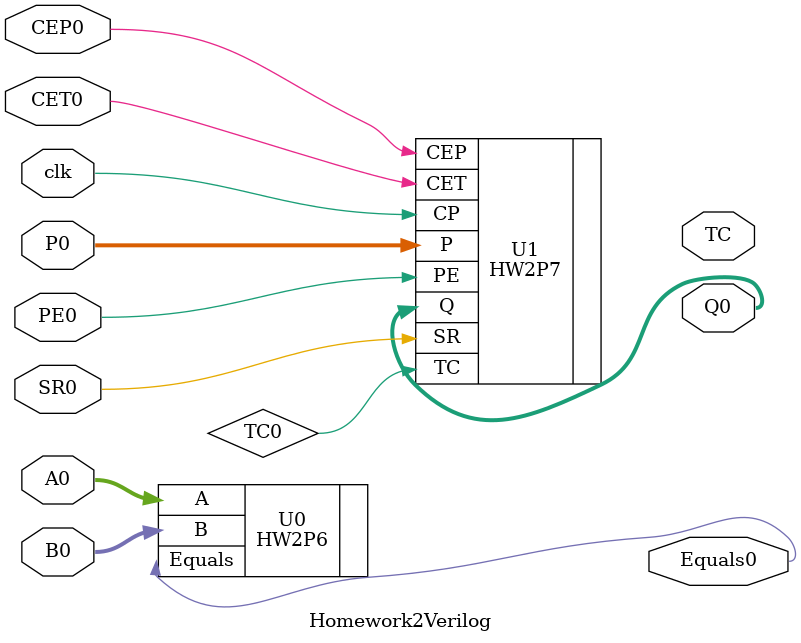
<source format=v>



module Homework2Verilog(
	input [1:0] A0,
	input [1:0] B0,
	output Equals0,
	input [3:0] P0,
	input clk, 
	input SR0, 
	input PE0, 
	input CEP0, 
	input CET0,
	output TC,
	output [3:0] Q0
);



//=======================================================
//  REG/WIRE declarations
//=======================================================



//=======================================================
//  Structural coding
//=======================================================

HW2P6 U0(.A(A0), .B(B0), .Equals(Equals0));
HW2P7 U1(.P(P0), .CP(clk), .SR(SR0), .PE(PE0), .CEP(CEP0), .CET(CET0), .Q(Q0), .TC(TC0));


endmodule

</source>
